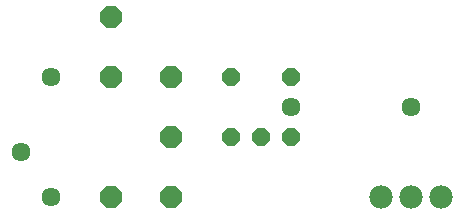
<source format=gbs>
G75*
%MOIN*%
%OFA0B0*%
%FSLAX25Y25*%
%IPPOS*%
%LPD*%
%AMOC8*
5,1,8,0,0,1.08239X$1,22.5*
%
%ADD10OC8,0.07296*%
%ADD11C,0.06343*%
%ADD12C,0.07800*%
%ADD13OC8,0.05950*%
%ADD14OC8,0.06000*%
D10*
X0041000Y0041000D03*
X0061000Y0041000D03*
X0061000Y0061000D03*
X0061000Y0081000D03*
X0041000Y0081000D03*
X0041000Y0101000D03*
D11*
X0021000Y0041000D03*
X0011000Y0056000D03*
X0021000Y0081000D03*
X0101000Y0071000D03*
X0141000Y0071000D03*
D12*
X0141000Y0041000D03*
X0151000Y0041000D03*
X0131000Y0041000D03*
D13*
X0101000Y0061000D03*
X0091000Y0061000D03*
X0081000Y0061000D03*
D14*
X0081000Y0081000D03*
X0101000Y0081000D03*
M02*

</source>
